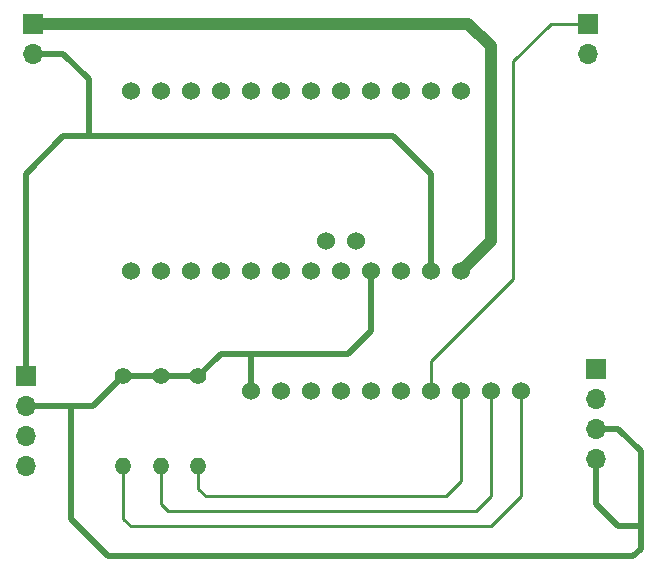
<source format=gtl>
G04 #@! TF.FileFunction,Copper,L1,Top,Signal*
%FSLAX46Y46*%
G04 Gerber Fmt 4.6, Leading zero omitted, Abs format (unit mm)*
G04 Created by KiCad (PCBNEW 4.0.5) date 04/29/17 21:11:23*
%MOMM*%
%LPD*%
G01*
G04 APERTURE LIST*
%ADD10C,0.100000*%
%ADD11R,1.700000X1.700000*%
%ADD12O,1.700000X1.700000*%
%ADD13C,1.400000*%
%ADD14O,1.400000X1.400000*%
%ADD15C,1.524000*%
%ADD16C,0.500000*%
%ADD17C,0.250000*%
%ADD18C,1.000000*%
G04 APERTURE END LIST*
D10*
D11*
X171450000Y-132080000D03*
D12*
X171450000Y-134620000D03*
X171450000Y-137160000D03*
X171450000Y-139700000D03*
D11*
X219075000Y-102235000D03*
D12*
X219075000Y-104775000D03*
D11*
X219710000Y-131445000D03*
D12*
X219710000Y-133985000D03*
X219710000Y-136525000D03*
X219710000Y-139065000D03*
D11*
X172085000Y-102235000D03*
D12*
X172085000Y-104775000D03*
D13*
X186055000Y-132080000D03*
D14*
X186055000Y-139700000D03*
D13*
X179705000Y-132080000D03*
D14*
X179705000Y-139700000D03*
D13*
X182880000Y-132080000D03*
D14*
X182880000Y-139700000D03*
D15*
X180340000Y-123190000D03*
X182880000Y-123190000D03*
X185420000Y-123190000D03*
X190500000Y-123190000D03*
X193040000Y-123190000D03*
X195580000Y-123190000D03*
X198120000Y-123190000D03*
X200660000Y-123190000D03*
X203200000Y-123190000D03*
X205740000Y-123190000D03*
X208280000Y-123190000D03*
X187960000Y-123190000D03*
X208280000Y-107950000D03*
X205740000Y-107950000D03*
X203200000Y-107950000D03*
X200660000Y-107950000D03*
X198120000Y-107950000D03*
X195580000Y-107950000D03*
X193040000Y-107950000D03*
X190500000Y-107950000D03*
X187960000Y-107950000D03*
X185420000Y-107950000D03*
X182880000Y-107950000D03*
X180340000Y-107950000D03*
X196850000Y-120650000D03*
X199390000Y-120650000D03*
X190500000Y-133350000D03*
X193040000Y-133350000D03*
X195580000Y-133350000D03*
X198120000Y-133350000D03*
X200660000Y-133350000D03*
X203200000Y-133350000D03*
X205740000Y-133350000D03*
X210820000Y-133350000D03*
X208280000Y-133350000D03*
X213360000Y-133350000D03*
D16*
X172085000Y-104775000D02*
X174625000Y-104775000D01*
X174625000Y-104775000D02*
X176784000Y-106934000D01*
X176784000Y-106934000D02*
X176784000Y-111760000D01*
X182245000Y-111760000D02*
X180975000Y-111760000D01*
X171450000Y-114935000D02*
X174625000Y-111760000D01*
X174625000Y-111760000D02*
X176784000Y-111760000D01*
X176784000Y-111760000D02*
X180975000Y-111760000D01*
X171450000Y-114935000D02*
X171450000Y-132080000D01*
X205740000Y-114935000D02*
X205740000Y-123190000D01*
X202565000Y-111760000D02*
X205740000Y-114935000D01*
X182245000Y-111760000D02*
X202565000Y-111760000D01*
X219710000Y-139065000D02*
X219710000Y-142875000D01*
X221615000Y-144780000D02*
X223520000Y-144780000D01*
X219710000Y-142875000D02*
X221615000Y-144780000D01*
X219710000Y-136525000D02*
X221615000Y-136525000D01*
X175260000Y-144145000D02*
X175260000Y-134620000D01*
X178435000Y-147320000D02*
X175260000Y-144145000D01*
X222885000Y-147320000D02*
X178435000Y-147320000D01*
X223520000Y-146685000D02*
X222885000Y-147320000D01*
X223520000Y-138430000D02*
X223520000Y-144780000D01*
X223520000Y-144780000D02*
X223520000Y-146685000D01*
X221615000Y-136525000D02*
X223520000Y-138430000D01*
X190500000Y-133350000D02*
X190500000Y-130175000D01*
X182880000Y-132080000D02*
X179705000Y-132080000D01*
X179705000Y-132080000D02*
X177165000Y-134620000D01*
X177165000Y-134620000D02*
X175260000Y-134620000D01*
X175260000Y-134620000D02*
X171450000Y-134620000D01*
X186055000Y-132080000D02*
X182880000Y-132080000D01*
X200660000Y-123190000D02*
X200660000Y-128270000D01*
X187960000Y-130175000D02*
X186055000Y-132080000D01*
X198755000Y-130175000D02*
X190500000Y-130175000D01*
X190500000Y-130175000D02*
X187960000Y-130175000D01*
X200660000Y-128270000D02*
X198755000Y-130175000D01*
D17*
X219075000Y-102235000D02*
X215900000Y-102235000D01*
X205740000Y-130810000D02*
X205740000Y-133350000D01*
X212725000Y-123825000D02*
X205740000Y-130810000D01*
X212725000Y-105410000D02*
X212725000Y-123825000D01*
X215900000Y-102235000D02*
X212725000Y-105410000D01*
D18*
X172085000Y-102235000D02*
X208915000Y-102235000D01*
X210820000Y-120650000D02*
X208280000Y-123190000D01*
X210820000Y-104140000D02*
X210820000Y-120650000D01*
X208915000Y-102235000D02*
X210820000Y-104140000D01*
D17*
X186055000Y-139700000D02*
X186055000Y-141605000D01*
X208280000Y-140970000D02*
X208280000Y-133350000D01*
X207010000Y-142240000D02*
X208280000Y-140970000D01*
X186690000Y-142240000D02*
X207010000Y-142240000D01*
X186055000Y-141605000D02*
X186690000Y-142240000D01*
X179705000Y-139700000D02*
X179705000Y-144145000D01*
X213360000Y-142240000D02*
X213360000Y-133350000D01*
X210820000Y-144780000D02*
X213360000Y-142240000D01*
X180340000Y-144780000D02*
X210820000Y-144780000D01*
X179705000Y-144145000D02*
X180340000Y-144780000D01*
X182880000Y-139700000D02*
X182880000Y-142875000D01*
X210820000Y-142240000D02*
X210820000Y-133350000D01*
X209550000Y-143510000D02*
X210820000Y-142240000D01*
X183515000Y-143510000D02*
X209550000Y-143510000D01*
X182880000Y-142875000D02*
X183515000Y-143510000D01*
M02*

</source>
